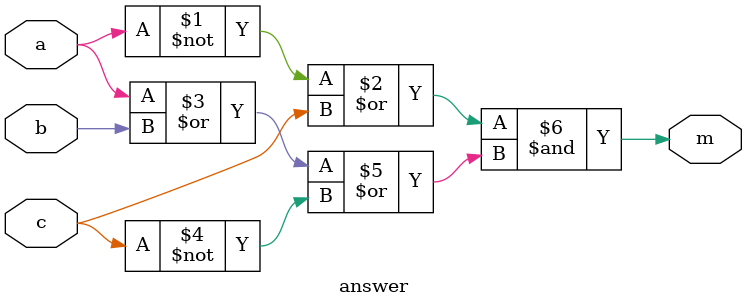
<source format=v>
module answer(
    input a,
    input b,
    input c,
    output m
    );
    
    assign m = ( ~a | c ) & ( a | b | ~c );
endmodule

</source>
